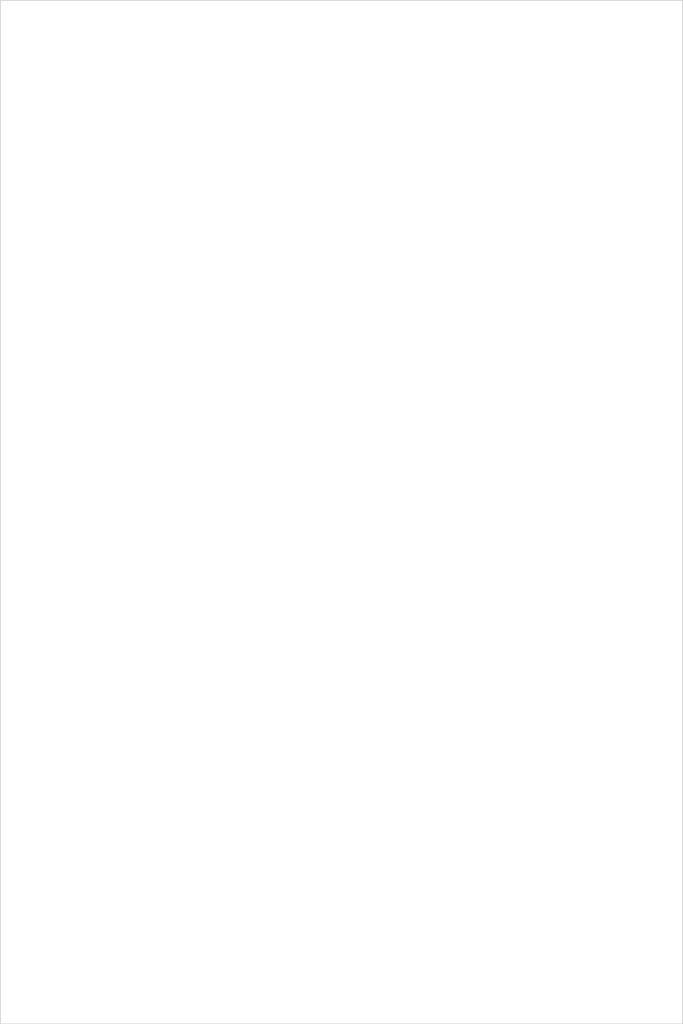
<source format=kicad_pcb>
(kicad_pcb (version 20240108) (generator "pcbnew") (generator_version "8.0")
  (layers (0 "F.Cu" signal) (31 "B.Cu" signal) (34 "B.Paste" user) (35 "F.Paste" user) (36 "B.SilkS" user "B.Silkscreen") (37 "F.SilkS" user "F.Silkscreen") (38 "B.Mask" user) (39 "F.Mask" user) (44 "Edge.Cuts" user))
  (net 0 "")
  (footprint "MountingHole:MountingHole_3.2mm_M3" (layer "F.Cu") (at 100 142)
    (property "Reference" "REF**" (hide yes))
    (property "Value" "MountingHole_3.2mm_M3" (hide yes))
    (pad "" np_thru_hole circle (at 0 0) (size 3.2 3.2) (drill 3.2) (layers "F&B.Cu" "*.Mask"))
  )
  (footprint "MountingHole:MountingHole_3.2mm_M3" (layer "F.Cu") (at 100 24)
    (property "Reference" "REF**" (hide yes))
    (property "Value" "MountingHole_3.2mm_M3" (hide yes))
    (pad "" np_thru_hole circle (at 0 0) (size 3.2 3.2) (drill 3.2) (layers "F&B.Cu" "*.Mask"))
  )
  (footprint "MountingHole:MountingHole_3.2mm_M3" (layer "F.Cu") (at 24 24)
    (property "Reference" "REF**" (hide yes))
    (property "Value" "MountingHole_3.2mm_M3" (hide yes))
    (pad "" np_thru_hole circle (at 0 0) (size 3.2 3.2) (drill 3.2) (layers "*.Cu" "*.Mask"))
  )
  (footprint "MountingHole:MountingHole_3.2mm_M3" (layer "F.Cu") (at 24 142)
    (property "Reference" "REF**" (hide yes))
    (property "Value" "MountingHole_3.2mm_M3" (hide yes))
    (pad "" np_thru_hole circle (at 0 0) (size 3.2 3.2) (drill 3.2) (layers "F&B.Cu" "*.Mask"))
  )
  (gr_rect (start 20 20) (end 104 146) (stroke (width 0.1)) (fill none) (layer "Edge.Cuts"))
)
</source>
